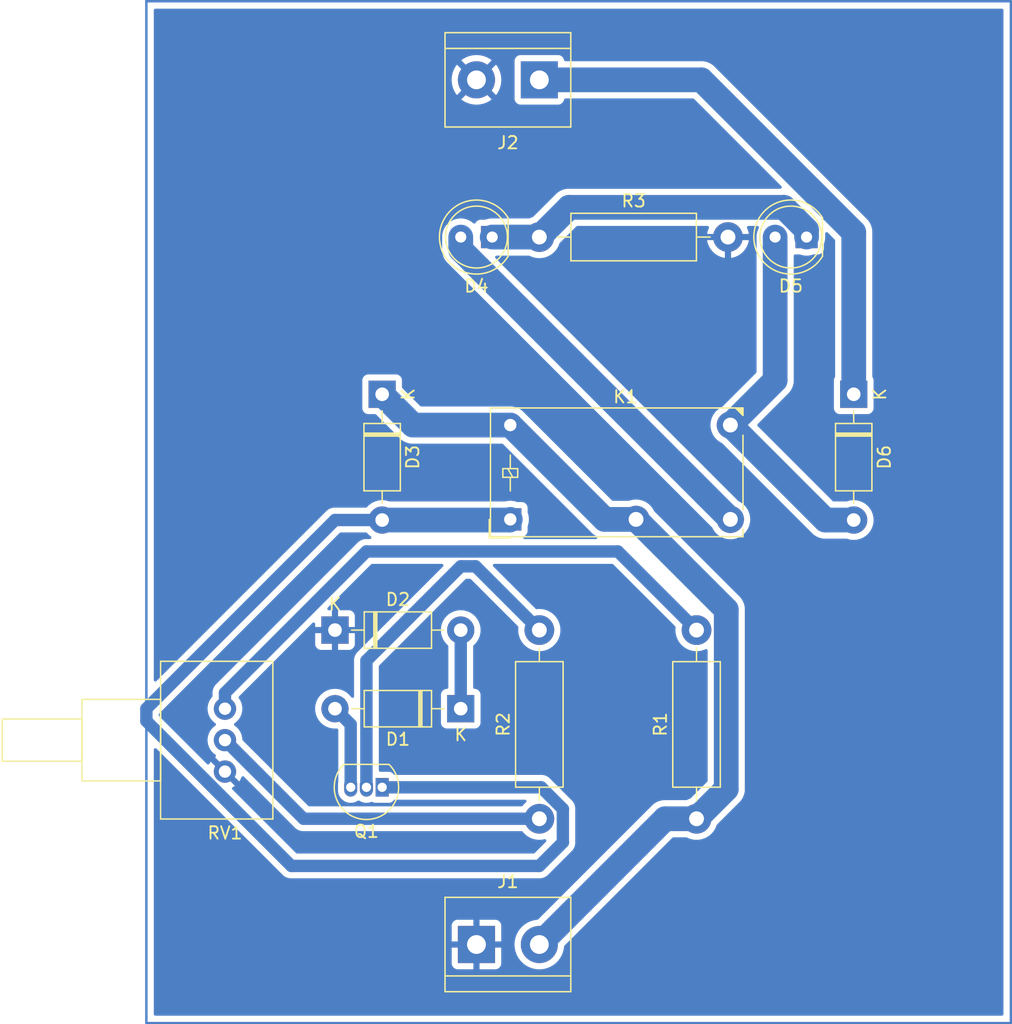
<source format=kicad_pcb>
(kicad_pcb (version 20221018) (generator pcbnew)
  (title_block (title "Automatic Charge Cut-OFF module ") (date "02.02.2023") (rev "1.0") (company " Code & More") (comment 1 "by Muxtar_Safarov"))
  (layers (0 "F.Cu" signal) (31 "B.Cu" signal) (34 "B.Paste" user) (35 "F.Paste" user) (36 "B.SilkS" user "B.Silkscreen") (37 "F.SilkS" user "F.Silkscreen") (38 "B.Mask" user) (39 "F.Mask" user) (44 "Edge.Cuts" user))
  (net 0 "")
  (net 1 "Net-(D1-K)")
  (net 2 "Net-(D1-A)")
  (net 3 "Earth")
  (net 4 "VCC")
  (net 5 "Collector")
  (net 6 "Net-(D4-K)")
  (net 7 "Net-(D4-A)")
  (net 8 "Net-(D5-A)")
  (net 9 "Net-(D6-K)")
  (net 10 "Net-(Q1-B)")
  (net 11 "Net-(R1-Pad2)")
  (net 12 "Net-(R2-Pad1)")
  (footprint "Resistor_THT:R_Axial_DIN0411_L9.9mm_D3.6mm_P15.24mm_Horizontal" (layer "F.Cu") (at 133.35 116.84 90)
    (fp_text reference "R1" (at 7.62 -2.92 90) (layer "F.SilkS"))
    (fp_text value "10K")
    (fp_line (start 1.44 0) (end 2.55 0) (stroke (width 0.12)) (layer "F.SilkS"))
    (fp_line (start 2.55 -1.92) (end 2.55 1.92) (stroke (width 0.12)) (layer "F.SilkS"))
    (fp_line (start 2.55 1.92) (end 12.69 1.92) (stroke (width 0.12)) (layer "F.SilkS"))
    (fp_line (start 12.69 -1.92) (end 2.55 -1.92) (stroke (width 0.12)) (layer "F.SilkS"))
    (fp_line (start 12.69 1.92) (end 12.69 -1.92) (stroke (width 0.12)) (layer "F.SilkS"))
    (fp_line (start 13.8 0) (end 12.69 0) (stroke (width 0.12)) (layer "F.SilkS"))
    (pad "1" thru_hole circle (at 0 0 90) (size 2.4 2.4) (drill 1.2) (layers "*.Cu" "*.Mask") (net 4 "VCC"))
    (pad "2" thru_hole oval (at 15.24 0 90) (size 2.4 2.4) (drill 1.2) (layers "*.Cu" "*.Mask") (net 11 "Net-(R1-Pad2)"))
  )
  (footprint "Resistor_THT:R_Axial_DIN0411_L9.9mm_D3.6mm_P15.24mm_Horizontal" (layer "F.Cu") (at 120.65 69.85)
    (fp_text reference "R3" (at 7.62 -2.92) (layer "F.SilkS"))
    (fp_text value "470R")
    (fp_line (start 1.44 0) (end 2.55 0) (stroke (width 0.12)) (layer "F.SilkS"))
    (fp_line (start 2.55 -1.92) (end 2.55 1.92) (stroke (width 0.12)) (layer "F.SilkS"))
    (fp_line (start 2.55 1.92) (end 12.69 1.92) (stroke (width 0.12)) (layer "F.SilkS"))
    (fp_line (start 12.69 -1.92) (end 2.55 -1.92) (stroke (width 0.12)) (layer "F.SilkS"))
    (fp_line (start 12.69 1.92) (end 12.69 -1.92) (stroke (width 0.12)) (layer "F.SilkS"))
    (fp_line (start 13.8 0) (end 12.69 0) (stroke (width 0.12)) (layer "F.SilkS"))
    (pad "1" thru_hole circle (at 0 0) (size 2.4 2.4) (drill 1.2) (layers "*.Cu" "*.Mask") (net 6 "Net-(D4-K)"))
    (pad "2" thru_hole oval (at 15.24 0) (size 2.4 2.4) (drill 1.2) (layers "*.Cu" "*.Mask") (net 3 "Earth"))
  )
  (footprint "Diode_THT:D_DO-41_SOD81_P10.16mm_Horizontal" (layer "F.Cu") (at 104.14 101.6)
    (fp_text reference "D2" (at 5.08 -2.47) (layer "F.SilkS"))
    (fp_text value "1N4007")
    (fp_text user "K" (at 0 -2.1) (layer "F.SilkS"))
    (fp_line (start 1.34 0) (end 2.36 0) (stroke (width 0.12)) (layer "F.SilkS"))
    (fp_line (start 2.36 -1.47) (end 2.36 1.47) (stroke (width 0.12)) (layer "F.SilkS"))
    (fp_line (start 2.36 1.47) (end 7.8 1.47) (stroke (width 0.12)) (layer "F.SilkS"))
    (fp_line (start 3.14 -1.47) (end 3.14 1.47) (stroke (width 0.12)) (layer "F.SilkS"))
    (fp_line (start 3.26 -1.47) (end 3.26 1.47) (stroke (width 0.12)) (layer "F.SilkS"))
    (fp_line (start 3.38 -1.47) (end 3.38 1.47) (stroke (width 0.12)) (layer "F.SilkS"))
    (fp_line (start 7.8 -1.47) (end 2.36 -1.47) (stroke (width 0.12)) (layer "F.SilkS"))
    (fp_line (start 7.8 1.47) (end 7.8 -1.47) (stroke (width 0.12)) (layer "F.SilkS"))
    (fp_line (start 8.82 0) (end 7.8 0) (stroke (width 0.12)) (layer "F.SilkS"))
    (pad "1" thru_hole rect (at 0 0) (size 2.2 2.2) (drill 1.1) (layers "*.Cu" "*.Mask") (net 3 "Earth"))
    (pad "2" thru_hole oval (at 10.16 0) (size 2.2 2.2) (drill 1.1) (layers "*.Cu" "*.Mask") (net 1 "Net-(D1-K)"))
  )
  (footprint "Diode_THT:D_DO-41_SOD81_P10.16mm_Horizontal" (layer "F.Cu") (at 107.95 82.55 -90)
    (fp_text reference "D3" (at 5.08 -2.47 90) (layer "F.SilkS"))
    (fp_text value "1N4007")
    (fp_text user "K" (at 0 -2.1 90) (layer "F.SilkS"))
    (fp_line (start 1.34 0) (end 2.36 0) (stroke (width 0.12)) (layer "F.SilkS"))
    (fp_line (start 2.36 -1.47) (end 2.36 1.47) (stroke (width 0.12)) (layer "F.SilkS"))
    (fp_line (start 2.36 1.47) (end 7.8 1.47) (stroke (width 0.12)) (layer "F.SilkS"))
    (fp_line (start 3.14 -1.47) (end 3.14 1.47) (stroke (width 0.12)) (layer "F.SilkS"))
    (fp_line (start 3.26 -1.47) (end 3.26 1.47) (stroke (width 0.12)) (layer "F.SilkS"))
    (fp_line (start 3.38 -1.47) (end 3.38 1.47) (stroke (width 0.12)) (layer "F.SilkS"))
    (fp_line (start 7.8 -1.47) (end 2.36 -1.47) (stroke (width 0.12)) (layer "F.SilkS"))
    (fp_line (start 7.8 1.47) (end 7.8 -1.47) (stroke (width 0.12)) (layer "F.SilkS"))
    (fp_line (start 8.82 0) (end 7.8 0) (stroke (width 0.12)) (layer "F.SilkS"))
    (pad "1" thru_hole rect (at 0 0 270) (size 2.2 2.2) (drill 1.1) (layers "*.Cu" "*.Mask") (net 4 "VCC"))
    (pad "2" thru_hole oval (at 10.16 0 270) (size 2.2 2.2) (drill 1.1) (layers "*.Cu" "*.Mask") (net 5 "Collector"))
  )
  (footprint "LED_THT:LED_D5.0mm_Clear" (layer "F.Cu") (at 116.84 69.85 180)
    (fp_text reference "D4" (at 1.27 -3.96) (layer "F.SilkS"))
    (fp_text value "White")
    (fp_line (start -1.29 -1.545) (end -1.29 1.545) (stroke (width 0.12)) (layer "F.SilkS"))
    (fp_arc (start -1.29 -1.54483) (mid 2.072002 -2.880433) (end 4.26 0.000462) (stroke (width 0.12)) (layer "F.SilkS"))
    (fp_arc (start 4.26 -0.000462) (mid 2.072002 2.880433) (end -1.29 1.54483) (stroke (width 0.12)) (layer "F.SilkS"))
    (fp_circle (center 1.27 0) (end 3.77 0) (stroke (width 0.12)) (fill none) (layer "F.SilkS"))
    (pad "1" thru_hole rect (at 0 0 180) (size 1.8 1.8) (drill 0.9) (layers "*.Cu" "*.Mask") (net 6 "Net-(D4-K)"))
    (pad "2" thru_hole circle (at 2.54 0 180) (size 1.8 1.8) (drill 0.9) (layers "*.Cu" "*.Mask") (net 7 "Net-(D4-A)"))
  )
  (footprint "LED_THT:LED_D5.0mm" (layer "F.Cu") (at 142.24 69.85 180)
    (fp_text reference "D5" (at 1.27 -3.96) (layer "F.SilkS"))
    (fp_text value "Red")
    (fp_line (start -1.29 -1.545) (end -1.29 1.545) (stroke (width 0.12)) (layer "F.SilkS"))
    (fp_arc (start -1.29 -1.54483) (mid 2.072002 -2.880433) (end 4.26 0.000462) (stroke (width 0.12)) (layer "F.SilkS"))
    (fp_arc (start 4.26 -0.000462) (mid 2.072002 2.880433) (end -1.29 1.54483) (stroke (width 0.12)) (layer "F.SilkS"))
    (fp_circle (center 1.27 0) (end 3.77 0) (stroke (width 0.12)) (fill none) (layer "F.SilkS"))
    (pad "1" thru_hole rect (at 0 0 180) (size 1.8 1.8) (drill 0.9) (layers "*.Cu" "*.Mask") (net 6 "Net-(D4-K)"))
    (pad "2" thru_hole circle (at 2.54 0 180) (size 1.8 1.8) (drill 0.9) (layers "*.Cu" "*.Mask") (net 8 "Net-(D5-A)"))
  )
  (footprint "Diode_THT:D_DO-41_SOD81_P10.16mm_Horizontal" (layer "F.Cu") (at 114.3 107.95 180)
    (fp_text reference "D1" (at 5.08 -2.47) (layer "F.SilkS"))
    (fp_text value "1N4007")
    (fp_text user "K" (at 0 -2.1) (layer "F.SilkS"))
    (fp_line (start 1.34 0) (end 2.36 0) (stroke (width 0.12)) (layer "F.SilkS"))
    (fp_line (start 2.36 -1.47) (end 2.36 1.47) (stroke (width 0.12)) (layer "F.SilkS"))
    (fp_line (start 2.36 1.47) (end 7.8 1.47) (stroke (width 0.12)) (layer "F.SilkS"))
    (fp_line (start 3.14 -1.47) (end 3.14 1.47) (stroke (width 0.12)) (layer "F.SilkS"))
    (fp_line (start 3.26 -1.47) (end 3.26 1.47) (stroke (width 0.12)) (layer "F.SilkS"))
    (fp_line (start 3.38 -1.47) (end 3.38 1.47) (stroke (width 0.12)) (layer "F.SilkS"))
    (fp_line (start 7.8 -1.47) (end 2.36 -1.47) (stroke (width 0.12)) (layer "F.SilkS"))
    (fp_line (start 7.8 1.47) (end 7.8 -1.47) (stroke (width 0.12)) (layer "F.SilkS"))
    (fp_line (start 8.82 0) (end 7.8 0) (stroke (width 0.12)) (layer "F.SilkS"))
    (pad "1" thru_hole rect (at 0 0 180) (size 2.2 2.2) (drill 1.1) (layers "*.Cu" "*.Mask") (net 1 "Net-(D1-K)"))
    (pad "2" thru_hole oval (at 10.16 0 180) (size 2.2 2.2) (drill 1.1) (layers "*.Cu" "*.Mask") (net 2 "Net-(D1-A)"))
  )
  (footprint "Resistor_THT:R_Axial_DIN0411_L9.9mm_D3.6mm_P15.24mm_Horizontal" (layer "F.Cu") (at 120.65 116.84 90)
    (fp_text reference "R2" (at 7.62 -2.92 90) (layer "F.SilkS"))
    (fp_text value "100R")
    (fp_line (start 1.44 0) (end 2.55 0) (stroke (width 0.12)) (layer "F.SilkS"))
    (fp_line (start 2.55 -1.92) (end 2.55 1.92) (stroke (width 0.12)) (layer "F.SilkS"))
    (fp_line (start 2.55 1.92) (end 12.69 1.92) (stroke (width 0.12)) (layer "F.SilkS"))
    (fp_line (start 12.69 -1.92) (end 2.55 -1.92) (stroke (width 0.12)) (layer "F.SilkS"))
    (fp_line (start 12.69 1.92) (end 12.69 -1.92) (stroke (width 0.12)) (layer "F.SilkS"))
    (fp_line (start 13.8 0) (end 12.69 0) (stroke (width 0.12)) (layer "F.SilkS"))
    (pad "1" thru_hole circle (at 0 0 90) (size 2.4 2.4) (drill 1.2) (layers "*.Cu" "*.Mask") (net 12 "Net-(R2-Pad1)"))
    (pad "2" thru_hole oval (at 15.24 0 90) (size 2.4 2.4) (drill 1.2) (layers "*.Cu" "*.Mask") (net 10 "Net-(Q1-B)"))
  )
  (footprint "TerminalBlock:TerminalBlock_bornier-2_P5.08mm" (layer "F.Cu") (at 115.57 127)
    (fp_text reference "J1" (at 2.54 -5.08) (layer "F.SilkS"))
    (fp_text value "14,4V ")
    (fp_line (start -2.54 -3.81) (end -2.54 3.81) (stroke (width 0.12)) (layer "F.SilkS"))
    (fp_line (start -2.54 3.81) (end 7.62 3.81) (stroke (width 0.12)) (layer "F.SilkS"))
    (fp_line (start 7.62 -3.81) (end -2.54 -3.81) (stroke (width 0.12)) (layer "F.SilkS"))
    (fp_line (start 7.62 2.54) (end -2.54 2.54) (stroke (width 0.12)) (layer "F.SilkS"))
    (fp_line (start 7.62 3.81) (end 7.62 -3.81) (stroke (width 0.12)) (layer "F.SilkS"))
    (pad "1" thru_hole rect (at 0 0) (size 3 3) (drill 1.52) (layers "*.Cu" "*.Mask") (net 3 "Earth"))
    (pad "2" thru_hole circle (at 5.08 0) (size 3 3) (drill 1.52) (layers "*.Cu" "*.Mask") (net 4 "VCC"))
  )
  (footprint "Relay_THT:Relay_SPDT_Finder_32.21-x000" (layer "F.Cu") (at 118.3025 92.6575)
    (fp_text reference "K1" (at 9.3 -9.9) (layer "F.SilkS"))
    (fp_text value "FINDER-32.21-x000")
    (fp_line (start -1.7 1.5) (end -1.7 0) (stroke (width 0.12)) (layer "F.SilkS"))
    (fp_line (start -1.6 -9) (end 18.8 -9) (stroke (width 0.12)) (layer "F.SilkS"))
    (fp_line (start -1.6 1.4) (end -1.6 -9) (stroke (width 0.12)) (layer "F.SilkS"))
    (fp_line (start -0.6 -4.1) (end -0.6 -3.4) (stroke (width 0.12)) (layer "F.SilkS"))
    (fp_line (start -0.6 -3.4) (end 0.6 -3.4) (stroke (width 0.12)) (layer "F.SilkS"))
    (fp_line (start 0 -4.1) (end 0 -5.2) (stroke (width 0.12)) (layer "F.SilkS"))
    (fp_line (start 0 -3.4) (end 0 -2.3) (stroke (width 0.12)) (layer "F.SilkS"))
    (fp_line (start 0 1.5) (end -1.7 1.5) (stroke (width 0.12)) (layer "F.SilkS"))
    (fp_line (start 0.2 -3.4) (end -0.2 -4.1) (stroke (width 0.12)) (layer "F.SilkS"))
    (fp_line (start 0.6 -4.1) (end -0.6 -4.1) (stroke (width 0.12)) (layer "F.SilkS"))
    (fp_line (start 0.6 -3.4) (end 0.6 -4.1) (stroke (width 0.12)) (layer "F.SilkS"))
    (fp_line (start 18.2 -9) (end 18.8 -8.4) (stroke (width 0.12)) (layer "F.SilkS"))
    (fp_line (start 18.6 -9) (end 18.8 -8.8) (stroke (width 0.12)) (layer "F.SilkS"))
    (fp_line (start 18.8 -9) (end 18.8 -8.4) (stroke (width 0.12)) (layer "F.SilkS"))
    (fp_line (start 18.8 -8.7) (end 18.4 -9) (stroke (width 0.12)) (layer "F.SilkS"))
    (fp_line (start 18.8 -8.6) (end 18.4 -9) (stroke (width 0.12)) (layer "F.SilkS"))
    (fp_line (start 18.8 -8.5) (end 18.3 -9) (stroke (width 0.12)) (layer "F.SilkS"))
    (fp_line (start 18.8 -6.8) (end 18.8 -0.8) (stroke (width 0.12)) (layer "F.SilkS"))
    (fp_line (start 18.8 0.8) (end 18.8 1.4) (stroke (width 0.12)) (layer "F.SilkS"))
    (fp_line (start 18.8 1.4) (end -1.6 1.4) (stroke (width 0.12)) (layer "F.SilkS"))
    (pad "11" thru_hole circle (at 10.16 0 90) (size 2.2 2.2) (drill 1.2) (layers "*.Cu" "*.Mask") (net 4 "VCC"))
    (pad "12" thru_hole circle (at 17.78 -7.62 90) (size 2.2 2.2) (drill 1.2) (layers "*.Cu" "*.Mask") (net 8 "Net-(D5-A)"))
    (pad "14" thru_hole circle (at 17.78 0 90) (size 2.2 2.2) (drill 1.2) (layers "*.Cu" "*.Mask") (net 7 "Net-(D4-A)"))
    (pad "A1" thru_hole rect (at 0 0 90) (size 1.8 1.8) (drill 1) (layers "*.Cu" "*.Mask") (net 5 "Collector"))
    (pad "A2" thru_hole circle (at 0 -7.62 90) (size 1.8 1.8) (drill 1) (layers "*.Cu" "*.Mask") (net 4 "VCC"))
  )
  (footprint "Potentiometer_THT:Potentiometer_Vishay_148-149_Single_Horizontal" (layer "F.Cu") (at 95.25 107.95 180)
    (fp_text reference "RV1" (at 0 -10.04) (layer "F.SilkS"))
    (fp_text value "100K")
    (fp_line (start -3.87 -8.91) (end -3.87 3.83) (stroke (width 0.12)) (layer "F.SilkS"))
    (fp_line (start -3.87 -8.91) (end 5.2 -8.91) (stroke (width 0.12)) (layer "F.SilkS"))
    (fp_line (start -3.87 3.83) (end 5.2 3.83) (stroke (width 0.12)) (layer "F.SilkS"))
    (fp_line (start 5.2 -8.91) (end 5.2 3.83) (stroke (width 0.12)) (layer "F.SilkS"))
    (fp_line (start 5.2 -5.835) (end 5.2 0.755) (stroke (width 0.12)) (layer "F.SilkS"))
    (fp_line (start 5.2 -5.835) (end 11.55 -5.835) (stroke (width 0.12)) (layer "F.SilkS"))
    (fp_line (start 5.2 0.755) (end 11.55 0.755) (stroke (width 0.12)) (layer "F.SilkS"))
    (fp_line (start 11.55 -5.835) (end 11.55 0.755) (stroke (width 0.12)) (layer "F.SilkS"))
    (fp_line (start 11.55 -4.244) (end 11.55 -0.835) (stroke (width 0.12)) (layer "F.SilkS"))
    (fp_line (start 11.55 -4.244) (end 18 -4.244) (stroke (width 0.12)) (layer "F.SilkS"))
    (fp_line (start 11.55 -0.835) (end 18 -0.835) (stroke (width 0.12)) (layer "F.SilkS"))
    (fp_line (start 18 -4.244) (end 18 -0.835) (stroke (width 0.12)) (layer "F.SilkS"))
    (pad "1" thru_hole circle (at 0 0 180) (size 1.8 1.8) (drill 1) (layers "*.Cu" "*.Mask") (net 11 "Net-(R1-Pad2)"))
    (pad "2" thru_hole circle (at 0 -2.54 180) (size 1.8 1.8) (drill 1) (layers "*.Cu" "*.Mask") (net 12 "Net-(R2-Pad1)"))
    (pad "3" thru_hole circle (at 0 -5.08 180) (size 1.8 1.8) (drill 1) (layers "*.Cu" "*.Mask") (net 3 "Earth"))
  )
  (footprint "TerminalBlock:TerminalBlock_bornier-2_P5.08mm" (layer "F.Cu") (at 120.65 57.15 180)
    (fp_text reference "J2" (at 2.54 -5.08) (layer "F.SilkS"))
    (fp_text value "Accumulator")
    (fp_line (start -2.54 -3.81) (end -2.54 3.81) (stroke (width 0.12)) (layer "F.SilkS"))
    (fp_line (start -2.54 3.81) (end 7.62 3.81) (stroke (width 0.12)) (layer "F.SilkS"))
    (fp_line (start 7.62 -3.81) (end -2.54 -3.81) (stroke (width 0.12)) (layer "F.SilkS"))
    (fp_line (start 7.62 2.54) (end -2.54 2.54) (stroke (width 0.12)) (layer "F.SilkS"))
    (fp_line (start 7.62 3.81) (end 7.62 -3.81) (stroke (width 0.12)) (layer "F.SilkS"))
    (pad "1" thru_hole rect (at 0 0 180) (size 3 3) (drill 1.52) (layers "*.Cu" "*.Mask") (net 9 "Net-(D6-K)"))
    (pad "2" thru_hole circle (at 5.08 0 180) (size 3 3) (drill 1.52) (layers "*.Cu" "*.Mask") (net 3 "Earth"))
  )
  (footprint "Package_TO_SOT_THT:TO-92_Inline" (layer "F.Cu") (at 107.95 114.3 180)
    (fp_text reference "Q1" (at 1.27 -3.56) (layer "F.SilkS"))
    (fp_text value "BC547")
    (fp_line (start -0.53 1.85) (end 3.07 1.85) (stroke (width 0.12)) (layer "F.SilkS"))
    (fp_arc (start -0.568478 1.838478) (mid -1.132087 -0.994977) (end 1.27 -2.6) (stroke (width 0.12)) (layer "F.SilkS"))
    (fp_arc (start 1.27 -2.6) (mid 3.672087 -0.994977) (end 3.108478 1.838478) (stroke (width 0.12)) (layer "F.SilkS"))
    (pad "1" thru_hole rect (at 0 0 180) (size 1.05 1.5) (drill 0.75) (layers "*.Cu" "*.Mask") (net 5 "Collector"))
    (pad "2" thru_hole oval (at 1.27 0 180) (size 1.05 1.5) (drill 0.75) (layers "*.Cu" "*.Mask") (net 10 "Net-(Q1-B)"))
    (pad "3" thru_hole oval (at 2.54 0 180) (size 1.05 1.5) (drill 0.75) (layers "*.Cu" "*.Mask") (net 2 "Net-(D1-A)"))
  )
  (footprint "Diode_THT:D_DO-41_SOD81_P10.16mm_Horizontal" (layer "F.Cu") (at 146.05 82.55 -90)
    (fp_text reference "D6" (at 5.08 -2.47 90) (layer "F.SilkS"))
    (fp_text value "1N4007")
    (fp_text user "K" (at 0 -2.1 90) (layer "F.SilkS"))
    (fp_line (start 1.34 0) (end 2.36 0) (stroke (width 0.12)) (layer "F.SilkS"))
    (fp_line (start 2.36 -1.47) (end 2.36 1.47) (stroke (width 0.12)) (layer "F.SilkS"))
    (fp_line (start 2.36 1.47) (end 7.8 1.47) (stroke (width 0.12)) (layer "F.SilkS"))
    (fp_line (start 3.14 -1.47) (end 3.14 1.47) (stroke (width 0.12)) (layer "F.SilkS"))
    (fp_line (start 3.26 -1.47) (end 3.26 1.47) (stroke (width 0.12)) (layer "F.SilkS"))
    (fp_line (start 3.38 -1.47) (end 3.38 1.47) (stroke (width 0.12)) (layer "F.SilkS"))
    (fp_line (start 7.8 -1.47) (end 2.36 -1.47) (stroke (width 0.12)) (layer "F.SilkS"))
    (fp_line (start 7.8 1.47) (end 7.8 -1.47) (stroke (width 0.12)) (layer "F.SilkS"))
    (fp_line (start 8.82 0) (end 7.8 0) (stroke (width 0.12)) (layer "F.SilkS"))
    (pad "1" thru_hole rect (at 0 0 270) (size 2.2 2.2) (drill 1.1) (layers "*.Cu" "*.Mask") (net 9 "Net-(D6-K)"))
    (pad "2" thru_hole oval (at 10.16 0 270) (size 2.2 2.2) (drill 1.1) (layers "*.Cu" "*.Mask") (net 8 "Net-(D5-A)"))
  )
  (gr_rect (start 88.9 50.8) (end 158.75 133.35) (stroke (width 0.2)) (fill none) (layer "B.Cu"))
  (segment (start 114.3 107.95) (end 114.3 101.6) (width 1) (layer "B.Cu") (net 1))
  (segment (start 105.41 114.3) (end 105.41 109.22) (width 1) (layer "B.Cu") (net 2))
  (segment (start 105.41 109.22) (end 104.14 107.95) (width 1) (layer "B.Cu") (net 2))
  (segment (start 133.35 116.84) (end 130.81 116.84) (width 2) (layer "B.Cu") (net 4))
  (segment (start 125.9225 92.6575) (end 118.3025 85.0375) (width 2) (layer "B.Cu") (net 4))
  (segment (start 128.4625 92.6575) (end 135.75 99.945) (width 2) (layer "B.Cu") (net 4))
  (segment (start 118.3025 85.0375) (end 110.4375 85.0375) (width 2) (layer "B.Cu") (net 4))
  (segment (start 135.75 99.945) (end 135.75 114.44) (width 2) (layer "B.Cu") (net 4))
  (segment (start 110.4375 85.0375) (end 107.95 82.55) (width 2) (layer "B.Cu") (net 4))
  (segment (start 130.81 116.84) (end 120.65 127) (width 2) (layer "B.Cu") (net 4))
  (segment (start 128.4625 92.6575) (end 125.9225 92.6575) (width 2) (layer "B.Cu") (net 4))
  (segment (start 135.75 114.44) (end 133.35 116.84) (width 2) (layer "B.Cu") (net 4))
  (segment (start 122.55 118.75) (end 120.65 120.65) (width 1) (layer "B.Cu") (net 5))
  (segment (start 120.797006 114.3) (end 122.55 116.052994) (width 1) (layer "B.Cu") (net 5))
  (segment (start 118.25 92.71) (end 118.3025 92.6575) (width 2) (layer "B.Cu") (net 5))
  (segment (start 100.607258 120.65) (end 88.9 108.942742) (width 1) (layer "B.Cu") (net 5))
  (segment (start 104.14 92.71) (end 107.95 92.71) (width 1) (layer "B.Cu") (net 5))
  (segment (start 88.9 108.942742) (end 88.9 107.95) (width 1) (layer "B.Cu") (net 5))
  (segment (start 122.55 116.052994) (end 122.55 118.75) (width 1) (layer "B.Cu") (net 5))
  (segment (start 107.95 114.3) (end 120.797006 114.3) (width 1) (layer "B.Cu") (net 5))
  (segment (start 107.95 92.71) (end 118.25 92.71) (width 2) (layer "B.Cu") (net 5))
  (segment (start 120.65 120.65) (end 100.607258 120.65) (width 1) (layer "B.Cu") (net 5))
  (segment (start 88.9 107.95) (end 104.14 92.71) (width 1) (layer "B.Cu") (net 5))
  (segment (start 123.05 67.45) (end 140.41127 67.45) (width 2) (layer "B.Cu") (net 6))
  (segment (start 140.41127 67.45) (end 142.24 69.27873) (width 2) (layer "B.Cu") (net 6))
  (segment (start 120.65 69.85) (end 116.84 69.85) (width 2) (layer "B.Cu") (net 6))
  (segment (start 142.24 69.27873) (end 142.24 69.85) (width 2) (layer "B.Cu") (net 6))
  (segment (start 120.65 69.85) (end 123.05 67.45) (width 2) (layer "B.Cu") (net 6))
  (segment (start 136.0825 92.6575) (end 114.3 70.875) (width 2) (layer "B.Cu") (net 7))
  (segment (start 114.3 70.875) (end 114.3 69.85) (width 2) (layer "B.Cu") (net 7))
  (segment (start 139.7 81.42) (end 136.0825 85.0375) (width 2) (layer "B.Cu") (net 8))
  (segment (start 139.7 69.85) (end 139.7 81.42) (width 2) (layer "B.Cu") (net 8))
  (segment (start 143.755 92.71) (end 136.0825 85.0375) (width 2) (layer "B.Cu") (net 8))
  (segment (start 146.05 92.71) (end 143.755 92.71) (width 2) (layer "B.Cu") (net 8))
  (segment (start 146.05 69.46) (end 146.05 82.55) (width 2) (layer "B.Cu") (net 9))
  (segment (start 120.65 57.15) (end 133.74 57.15) (width 2) (layer "B.Cu") (net 9))
  (segment (start 133.74 57.15) (end 146.05 69.46) (width 2) (layer "B.Cu") (net 9))
  (segment (start 106.68 104.07) (end 114.3 96.45) (width 1) (layer "B.Cu") (net 10))
  (segment (start 106.68 114.3) (end 106.68 104.07) (width 1) (layer "B.Cu") (net 10))
  (segment (start 114.3 96.45) (end 115.5 96.45) (width 1) (layer "B.Cu") (net 10))
  (segment (start 115.5 96.45) (end 120.65 101.6) (width 1) (layer "B.Cu") (net 10))
  (segment (start 106.677208 95.25) (end 127 95.25) (width 1) (layer "B.Cu") (net 11))
  (segment (start 95.25 107.95) (end 95.25 106.677208) (width 1) (layer "B.Cu") (net 11))
  (segment (start 127 95.25) (end 133.35 101.6) (width 1) (layer "B.Cu") (net 11))
  (segment (start 95.25 106.677208) (end 106.677208 95.25) (width 1) (layer "B.Cu") (net 11))
  (segment (start 120.65 116.84) (end 101.6 116.84) (width 1) (layer "B.Cu") (net 12))
  (segment (start 101.6 116.84) (end 95.25 110.49) (width 1) (layer "B.Cu") (net 12))
  (zone (net 3) (net_name "Earth") (layer "B.Cu") (connect_pads (clearance 0.5)) (min_thickness 0.25) (fill yes (thermal_gap 0.5) (thermal_bridge_width 0.5))
    (polygon (pts (xy 88.9 50.8) (xy 88.9 133.35) (xy 158.75 133.35) (xy 158.75 50.8)))
  )
)
</source>
